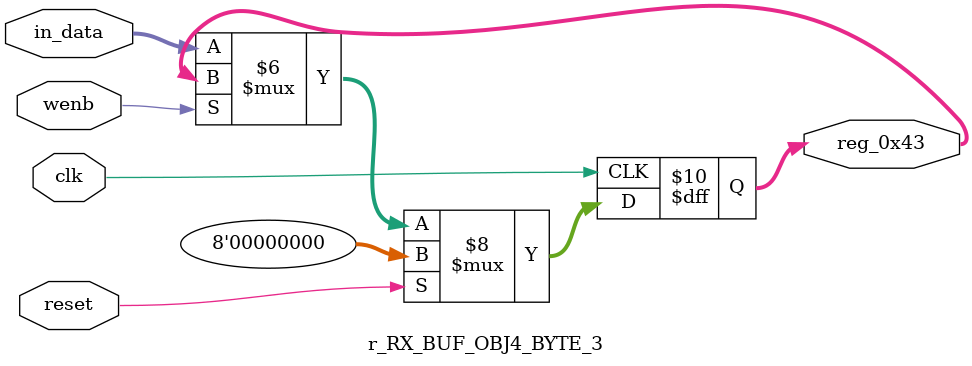
<source format=v>
module r_RX_BUF_OBJ4_BYTE_3(output reg [7:0] reg_0x43, input wire reset, input wire wenb, input wire [7:0] in_data, input wire clk);
	always@(posedge clk)
	begin
		if(reset==0) begin
			if(wenb==0)
				reg_0x43<=in_data;
			else
				reg_0x43<=reg_0x43;
		end
		else
			reg_0x43<=8'h00;
	end
endmodule
</source>
